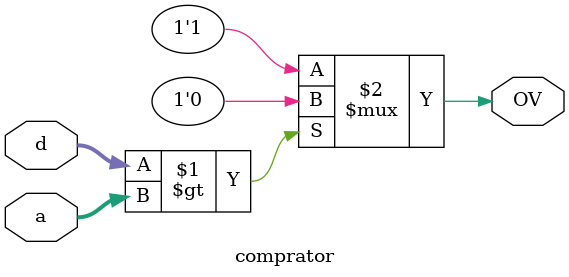
<source format=v>
module comprator(a,d,OV);
input [4:0]a,d;
output OV;
assign OV=(d>a) ? 1'b0 : 1'b1 ;
endmodule
</source>
